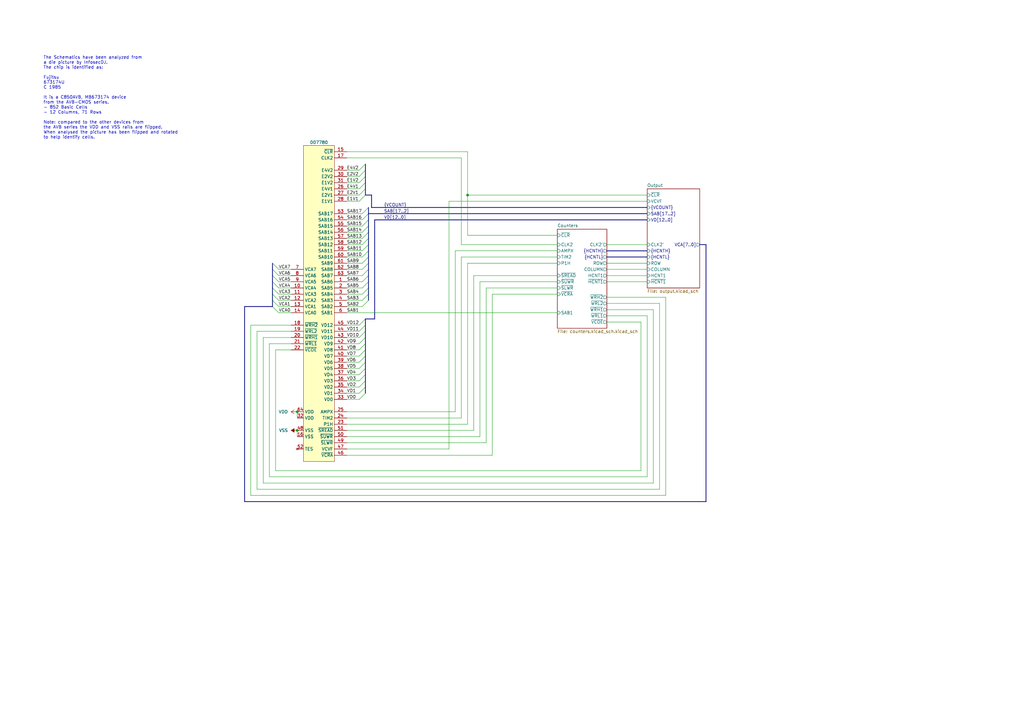
<source format=kicad_sch>
(kicad_sch (version 20231120) (generator "eeschema") (generator_version "8.0")
  (paper "A3")
  (title_block (title "Konami 007780") (date "2024-07-28") (company "Ulf Skutnabba, twitter: @skutis77"))
  (lib_symbols
    (symbol "ga_konami:007780_internal"
      (property "Reference" "U" (at 0 68.58 0))
      (property "Value" "007780" (at 0 66.04 0))
      (symbol "007780_internal_0_0"
        (pin output line (at 11.43 8.89 180) (length 5.08) (name "SAB6") (number "1"))
        (pin input line (at -11.43 6.35 0) (length 5.08) (name "VCA4") (number "10"))
        (pin input line (at -11.43 3.81 0) (length 5.08) (name "VCA3") (number "11"))
        (pin input line (at -11.43 1.27 0) (length 5.08) (name "VCA2") (number "12"))
        (pin input line (at -11.43 -1.27 0) (length 5.08) (name "VCA1") (number "13"))
        (pin input line (at -11.43 -3.81 0) (length 5.08) (name "VCA0") (number "14"))
        (pin output line (at 11.43 62.23 180) (length 5.08) (name "~{CLR}") (number "15"))
        (pin output line (at 11.43 59.69 180) (length 5.08) (name "CLK2") (number "17"))
        (pin input line (at -11.43 -8.89 0) (length 5.08) (name "~{WRH2}") (number "18"))
        (pin input line (at -11.43 -11.43 0) (length 5.08) (name "~{WRL2}") (number "19"))
        (pin output line (at 11.43 6.35 180) (length 5.08) (name "SAB5") (number "2"))
        (pin input line (at -11.43 -13.97 0) (length 5.08) (name "~{WRH1}") (number "20"))
        (pin input line (at -11.43 -16.51 0) (length 5.08) (name "~{WRL1}") (number "21"))
        (pin input line (at -11.43 -19.05 0) (length 5.08) (name "~{VCOE}") (number "22"))
        (pin output line (at 11.43 -49.53 180) (length 5.08) (name "P1H") (number "23"))
        (pin output line (at 11.43 -46.99 180) (length 5.08) (name "TIM2") (number "24"))
        (pin output line (at 11.43 -44.45 180) (length 5.08) (name "AMPX") (number "25"))
        (pin output line (at 11.43 46.99 180) (length 5.08) (name "E4V1") (number "26"))
        (pin output line (at 11.43 44.45 180) (length 5.08) (name "E2V1") (number "27"))
        (pin output line (at 11.43 41.91 180) (length 5.08) (name "E1V1") (number "28"))
        (pin output line (at 11.43 54.61 180) (length 5.08) (name "E4V2") (number "29"))
        (pin output line (at 11.43 3.81 180) (length 5.08) (name "SAB4") (number "3"))
        (pin output line (at 11.43 52.07 180) (length 5.08) (name "E2V2") (number "30"))
        (pin output line (at 11.43 -39.37 180) (length 5.08) (name "VD0") (number "33"))
        (pin output line (at 11.43 -36.83 180) (length 5.08) (name "VD1") (number "34"))
        (pin output line (at 11.43 -34.29 180) (length 5.08) (name "VD2") (number "35"))
        (pin output line (at 11.43 -31.75 180) (length 5.08) (name "VD3") (number "36"))
        (pin output line (at 11.43 -29.21 180) (length 5.08) (name "VD4") (number "37"))
        (pin output line (at 11.43 -26.67 180) (length 5.08) (name "VD5") (number "38"))
        (pin output line (at 11.43 -24.13 180) (length 5.08) (name "VD6") (number "39"))
        (pin output line (at 11.43 1.27 180) (length 5.08) (name "SAB3") (number "4"))
        (pin output line (at 11.43 -21.59 180) (length 5.08) (name "VD7") (number "40"))
        (pin output line (at 11.43 -19.05 180) (length 5.08) (name "VD8") (number "41"))
        (pin output line (at 11.43 -16.51 180) (length 5.08) (name "VD9") (number "42"))
        (pin output line (at 11.43 -13.97 180) (length 5.08) (name "VD10") (number "43"))
        (pin output line (at 11.43 -11.43 180) (length 5.08) (name "VD11") (number "44"))
        (pin output line (at 11.43 -8.89 180) (length 5.08) (name "VD12") (number "45"))
        (pin output line (at 11.43 -62.23 180) (length 5.08) (name "~{VCRA}") (number "46"))
        (pin output line (at 11.43 -59.69 180) (length 5.08) (name "VCVF") (number "47"))
        (pin output line (at 11.43 -57.15 180) (length 5.08) (name "~{SLWR}") (number "49"))
        (pin output line (at 11.43 -1.27 180) (length 5.08) (name "SAB2") (number "5"))
        (pin output line (at 11.43 -54.61 180) (length 5.08) (name "~{SUWR}") (number "50"))
        (pin output line (at 11.43 -52.07 180) (length 5.08) (name "~{SREAD}") (number "51"))
        (pin output line (at 11.43 36.83 180) (length 5.08) (name "SAB17") (number "53"))
        (pin output line (at 11.43 34.29 180) (length 5.08) (name "SAB16") (number "54"))
        (pin output line (at 11.43 31.75 180) (length 5.08) (name "SAB15") (number "55"))
        (pin output line (at 11.43 29.21 180) (length 5.08) (name "SAB14") (number "56"))
        (pin output line (at 11.43 26.67 180) (length 5.08) (name "SAB13") (number "57"))
        (pin output line (at 11.43 24.13 180) (length 5.08) (name "SAB12") (number "58"))
        (pin output line (at 11.43 21.59 180) (length 5.08) (name "SAB11") (number "59"))
        (pin output line (at 11.43 -3.81 180) (length 5.08) (name "SAB1") (number "6"))
        (pin output line (at 11.43 19.05 180) (length 5.08) (name "SAB10") (number "60"))
        (pin output line (at 11.43 16.51 180) (length 5.08) (name "SAB9") (number "61"))
        (pin output line (at 11.43 13.97 180) (length 5.08) (name "SAB8") (number "62"))
        (pin output line (at 11.43 11.43 180) (length 5.08) (name "SAB7") (number "63"))
        (pin input line (at -11.43 13.97 0) (length 5.08) (name "VCA7") (number "7"))
        (pin input line (at -11.43 11.43 0) (length 5.08) (name "VCA6") (number "8"))
        (pin input line (at -11.43 8.89 0) (length 5.08) (name "VCA5") (number "9"))
      )
      (symbol "007780_internal_0_1"
        (rectangle (start -6.35 64.77) (end 6.35 -64.77) (fill (type background)))
      )
      (symbol "007780_internal_1_0"
        (pin power_out line (at -8.89 -54.61 0) (length 2.54) (name "VSS") (number "16"))
        (pin output line (at 11.43 49.53 180) (length 5.08) (name "E1V2") (number "31"))
        (pin power_out line (at -8.89 -46.99 0) (length 2.54) (name "VDD") (number "32"))
        (pin power_out line (at -8.89 -52.07 0) (length 2.54) (name "VSS") (number "48"))
        (pin no_connect line (at -8.89 -59.69 0) (length 2.54) (name "TES") (number "52"))
        (pin power_out line (at -8.89 -44.45 0) (length 2.54) (name "VDD") (number "64"))
      )
    )
    (symbol "power:VDD" (power) (pin_numbers hide) (pin_names (offset 0) hide)
      (property "Value" "VDD" (at 0 3.556 0))
      (symbol "VDD_0_1"
        (polyline (pts (xy -0.762 1.27) (xy 0 2.54)))
        (polyline (pts (xy 0 0) (xy 0 2.54)))
        (polyline (pts (xy 0 2.54) (xy 0.762 1.27)))
      )
      (symbol "VDD_1_1"
        (pin power_in line (at 0 0 90) (length 0) (name "~") (number "1"))
      )
    )
    (symbol "power:VSS" (power) (pin_numbers hide) (pin_names (offset 0) hide)
      (property "Value" "VSS" (at 0 3.556 0))
      (symbol "VSS_0_1"
        (polyline (pts (xy 0 0) (xy 0 2.54)))
        (polyline (pts (xy 0.762 1.27) (xy -0.762 1.27) (xy 0 2.54) (xy 0.762 1.27)) (fill (type outline)))
      )
      (symbol "VSS_1_1"
        (pin power_in line (at 0 0 90) (length 0) (name "~") (number "1"))
      )
    )
  )
  (bus_alias "VCOUNT" (members "E4V2" "E2V2" "E1V2" "E4V1" "E2V1" "E1V1"))
  (junction (at 121.92 176.53))
  (junction (at 121.92 168.91))
  (junction (at 191.77 80.01))
  (bus_entry (at 111.76 120.65) (size 2.54 2.54))
  (bus_entry (at 147.32 77.47) (size 2.54 -2.54))
  (bus_entry (at 147.32 161.29) (size 2.54 -2.54))
  (bus_entry (at 148.59 125.73) (size 2.54 -2.54))
  (bus_entry (at 111.76 113.03) (size 2.54 2.54))
  (bus_entry (at 147.32 135.89) (size 2.54 -2.54))
  (bus_entry (at 147.32 151.13) (size 2.54 -2.54))
  (bus_entry (at 111.76 107.95) (size 2.54 2.54))
  (bus_entry (at 147.32 138.43) (size 2.54 -2.54))
  (bus_entry (at 147.32 80.01) (size 2.54 -2.54))
  (bus_entry (at 148.59 97.79) (size 2.54 -2.54))
  (bus_entry (at 147.32 146.05) (size 2.54 -2.54))
  (bus_entry (at 147.32 72.39) (size 2.54 -2.54))
  (bus_entry (at 111.76 125.73) (size 2.54 2.54))
  (bus_entry (at 147.32 133.35) (size 2.54 -2.54))
  (bus_entry (at 148.59 90.17) (size 2.54 -2.54))
  (bus_entry (at 148.59 100.33) (size 2.54 -2.54))
  (bus_entry (at 147.32 143.51) (size 2.54 -2.54))
  (bus_entry (at 148.59 115.57) (size 2.54 -2.54))
  (bus_entry (at 148.59 113.03) (size 2.54 -2.54))
  (bus_entry (at 147.32 163.83) (size 2.54 -2.54))
  (bus_entry (at 148.59 120.65) (size 2.54 -2.54))
  (bus_entry (at 148.59 95.25) (size 2.54 -2.54))
  (bus_entry (at 147.32 153.67) (size 2.54 -2.54))
  (bus_entry (at 111.76 115.57) (size 2.54 2.54))
  (bus_entry (at 148.59 107.95) (size 2.54 -2.54))
  (bus_entry (at 147.32 158.75) (size 2.54 -2.54))
  (bus_entry (at 111.76 110.49) (size 2.54 2.54))
  (bus_entry (at 148.59 123.19) (size 2.54 -2.54))
  (bus_entry (at 147.32 156.21) (size 2.54 -2.54))
  (bus_entry (at 148.59 118.11) (size 2.54 -2.54))
  (bus_entry (at 148.59 87.63) (size 2.54 -2.54))
  (bus_entry (at 147.32 74.93) (size 2.54 -2.54))
  (bus_entry (at 148.59 102.87) (size 2.54 -2.54))
  (bus_entry (at 148.59 110.49) (size 2.54 -2.54))
  (bus_entry (at 111.76 123.19) (size 2.54 2.54))
  (bus_entry (at 111.76 118.11) (size 2.54 2.54))
  (bus_entry (at 148.59 92.71) (size 2.54 -2.54))
  (bus_entry (at 147.32 148.59) (size 2.54 -2.54))
  (bus_entry (at 147.32 82.55) (size 2.54 -2.54))
  (bus_entry (at 148.59 105.41) (size 2.54 -2.54))
  (bus_entry (at 147.32 69.85) (size 2.54 -2.54))
  (bus_entry (at 147.32 140.97) (size 2.54 -2.54))
  (wire (pts (xy 142.24 173.99) (xy 191.77 173.99)))
  (wire (pts (xy 142.24 90.17) (xy 148.59 90.17)))
  (wire (pts (xy 142.24 179.07) (xy 196.85 179.07)))
  (bus (pts (xy 152.4 85.09) (xy 152.4 80.01)))
  (bus (pts (xy 152.4 85.09) (xy 265.43 85.09)))
  (bus (pts (xy 151.13 92.71) (xy 151.13 95.25)))
  (wire (pts (xy 142.24 100.33) (xy 148.59 100.33)))
  (bus (pts (xy 151.13 113.03) (xy 151.13 115.57)))
  (wire (pts (xy 142.24 168.91) (xy 186.69 168.91)))
  (wire (pts (xy 114.3 110.49) (xy 119.38 110.49)))
  (wire (pts (xy 142.24 72.39) (xy 147.32 72.39)))
  (bus (pts (xy 111.76 110.49) (xy 111.76 113.03)))
  (wire (pts (xy 142.24 80.01) (xy 147.32 80.01)))
  (wire (pts (xy 191.77 96.52) (xy 228.6 96.52)))
  (bus (pts (xy 149.86 133.35) (xy 149.86 135.89)))
  (bus (pts (xy 111.76 125.73) (xy 100.33 125.73)))
  (wire (pts (xy 186.69 102.87) (xy 228.6 102.87)))
  (wire (pts (xy 142.24 146.05) (xy 147.32 146.05)))
  (wire (pts (xy 105.41 135.89) (xy 119.38 135.89)))
  (wire (pts (xy 142.24 186.69) (xy 201.93 186.69)))
  (bus (pts (xy 151.13 105.41) (xy 151.13 107.95)))
  (wire (pts (xy 191.77 107.95) (xy 228.6 107.95)))
  (wire (pts (xy 191.77 80.01) (xy 265.43 80.01)))
  (wire (pts (xy 142.24 181.61) (xy 199.39 181.61)))
  (bus (pts (xy 151.13 102.87) (xy 151.13 105.41)))
  (wire (pts (xy 191.77 173.99) (xy 191.77 107.95)))
  (bus (pts (xy 287.02 100.33) (xy 289.56 100.33)))
  (wire (pts (xy 265.43 129.54) (xy 265.43 195.58)))
  (bus (pts (xy 289.56 100.33) (xy 289.56 205.74)))
  (wire (pts (xy 142.24 143.51) (xy 147.32 143.51)))
  (wire (pts (xy 248.92 113.03) (xy 265.43 113.03)))
  (wire (pts (xy 102.87 203.2) (xy 102.87 133.35)))
  (wire (pts (xy 142.24 82.55) (xy 147.32 82.55)))
  (bus (pts (xy 111.76 120.65) (xy 111.76 123.19)))
  (wire (pts (xy 142.24 105.41) (xy 148.59 105.41)))
  (wire (pts (xy 114.3 113.03) (xy 119.38 113.03)))
  (wire (pts (xy 142.24 118.11) (xy 148.59 118.11)))
  (bus (pts (xy 149.86 138.43) (xy 149.86 140.97)))
  (wire (pts (xy 199.39 118.11) (xy 228.6 118.11)))
  (wire (pts (xy 114.3 128.27) (xy 119.38 128.27)))
  (wire (pts (xy 142.24 113.03) (xy 148.59 113.03)))
  (wire (pts (xy 121.92 176.53) (xy 121.92 179.07)))
  (wire (pts (xy 265.43 82.55) (xy 184.15 82.55)))
  (bus (pts (xy 151.13 110.49) (xy 151.13 113.03)))
  (wire (pts (xy 142.24 153.67) (xy 147.32 153.67)))
  (bus (pts (xy 151.13 115.57) (xy 151.13 118.11)))
  (wire (pts (xy 114.3 115.57) (xy 119.38 115.57)))
  (wire (pts (xy 114.3 118.11) (xy 119.38 118.11)))
  (wire (pts (xy 142.24 97.79) (xy 148.59 97.79)))
  (wire (pts (xy 142.24 161.29) (xy 147.32 161.29)))
  (bus (pts (xy 289.56 205.74) (xy 100.33 205.74)))
  (bus (pts (xy 111.76 107.95) (xy 111.76 110.49)))
  (wire (pts (xy 201.93 186.69) (xy 201.93 120.65)))
  (bus (pts (xy 149.86 143.51) (xy 149.86 146.05)))
  (bus (pts (xy 149.86 135.89) (xy 149.86 138.43)))
  (wire (pts (xy 102.87 133.35) (xy 119.38 133.35)))
  (wire (pts (xy 142.24 62.23) (xy 191.77 62.23)))
  (bus (pts (xy 151.13 118.11) (xy 151.13 120.65)))
  (wire (pts (xy 194.31 113.03) (xy 228.6 113.03)))
  (wire (pts (xy 142.24 95.25) (xy 148.59 95.25)))
  (wire (pts (xy 142.24 107.95) (xy 148.59 107.95)))
  (bus (pts (xy 111.76 123.19) (xy 111.76 125.73)))
  (wire (pts (xy 262.89 193.04) (xy 113.03 193.04)))
  (wire (pts (xy 142.24 87.63) (xy 148.59 87.63)))
  (bus (pts (xy 151.13 97.79) (xy 151.13 100.33)))
  (bus (pts (xy 111.76 113.03) (xy 111.76 115.57)))
  (wire (pts (xy 184.15 82.55) (xy 184.15 184.15)))
  (wire (pts (xy 273.05 121.92) (xy 273.05 203.2)))
  (wire (pts (xy 107.95 198.12) (xy 107.95 138.43)))
  (bus (pts (xy 151.13 85.09) (xy 151.13 87.63)))
  (bus (pts (xy 100.33 125.73) (xy 100.33 205.74)))
  (wire (pts (xy 105.41 200.66) (xy 105.41 135.89)))
  (wire (pts (xy 194.31 176.53) (xy 194.31 113.03)))
  (wire (pts (xy 248.92 115.57) (xy 265.43 115.57)))
  (bus (pts (xy 111.76 115.57) (xy 111.76 118.11)))
  (wire (pts (xy 142.24 148.59) (xy 147.32 148.59)))
  (bus (pts (xy 149.86 69.85) (xy 149.86 72.39)))
  (bus (pts (xy 151.13 90.17) (xy 151.13 92.71)))
  (wire (pts (xy 262.89 132.08) (xy 262.89 193.04)))
  (wire (pts (xy 267.97 198.12) (xy 107.95 198.12)))
  (wire (pts (xy 114.3 125.73) (xy 119.38 125.73)))
  (wire (pts (xy 186.69 168.91) (xy 186.69 102.87)))
  (wire (pts (xy 142.24 110.49) (xy 148.59 110.49)))
  (bus (pts (xy 153.67 130.81) (xy 149.86 130.81)))
  (wire (pts (xy 196.85 115.57) (xy 228.6 115.57)))
  (bus (pts (xy 149.86 156.21) (xy 149.86 158.75)))
  (wire (pts (xy 142.24 92.71) (xy 148.59 92.71)))
  (wire (pts (xy 199.39 181.61) (xy 199.39 118.11)))
  (wire (pts (xy 273.05 203.2) (xy 102.87 203.2)))
  (bus (pts (xy 248.92 102.87) (xy 265.43 102.87)))
  (wire (pts (xy 142.24 133.35) (xy 147.32 133.35)))
  (wire (pts (xy 191.77 80.01) (xy 191.77 96.52)))
  (wire (pts (xy 113.03 143.51) (xy 119.38 143.51)))
  (wire (pts (xy 142.24 138.43) (xy 147.32 138.43)))
  (bus (pts (xy 151.13 95.25) (xy 151.13 97.79)))
  (wire (pts (xy 189.23 171.45) (xy 189.23 105.41)))
  (wire (pts (xy 267.97 127) (xy 267.97 198.12)))
  (wire (pts (xy 270.51 124.46) (xy 270.51 200.66)))
  (wire (pts (xy 184.15 184.15) (xy 142.24 184.15)))
  (wire (pts (xy 248.92 121.92) (xy 273.05 121.92)))
  (wire (pts (xy 142.24 171.45) (xy 189.23 171.45)))
  (wire (pts (xy 142.24 115.57) (xy 148.59 115.57)))
  (wire (pts (xy 248.92 107.95) (xy 265.43 107.95)))
  (wire (pts (xy 121.92 168.91) (xy 121.92 171.45)))
  (bus (pts (xy 111.76 118.11) (xy 111.76 120.65)))
  (wire (pts (xy 189.23 64.77) (xy 189.23 100.33)))
  (bus (pts (xy 153.67 90.17) (xy 153.67 130.81)))
  (wire (pts (xy 142.24 120.65) (xy 148.59 120.65)))
  (wire (pts (xy 196.85 179.07) (xy 196.85 115.57)))
  (bus (pts (xy 151.13 120.65) (xy 151.13 123.19)))
  (wire (pts (xy 142.24 135.89) (xy 147.32 135.89)))
  (bus (pts (xy 265.43 90.17) (xy 153.67 90.17)))
  (wire (pts (xy 107.95 138.43) (xy 119.38 138.43)))
  (wire (pts (xy 142.24 151.13) (xy 147.32 151.13)))
  (wire (pts (xy 142.24 64.77) (xy 189.23 64.77)))
  (wire (pts (xy 248.92 127) (xy 267.97 127)))
  (wire (pts (xy 113.03 193.04) (xy 113.03 143.51)))
  (bus (pts (xy 152.4 80.01) (xy 149.86 80.01)))
  (wire (pts (xy 248.92 132.08) (xy 262.89 132.08)))
  (wire (pts (xy 142.24 123.19) (xy 148.59 123.19)))
  (wire (pts (xy 110.49 195.58) (xy 110.49 140.97)))
  (wire (pts (xy 142.24 140.97) (xy 147.32 140.97)))
  (wire (pts (xy 142.24 69.85) (xy 147.32 69.85)))
  (wire (pts (xy 142.24 156.21) (xy 147.32 156.21)))
  (wire (pts (xy 189.23 105.41) (xy 228.6 105.41)))
  (wire (pts (xy 270.51 200.66) (xy 105.41 200.66)))
  (bus (pts (xy 149.86 72.39) (xy 149.86 74.93)))
  (bus (pts (xy 151.13 100.33) (xy 151.13 102.87)))
  (bus (pts (xy 151.13 107.95) (xy 151.13 110.49)))
  (bus (pts (xy 149.86 151.13) (xy 149.86 153.67)))
  (wire (pts (xy 142.24 74.93) (xy 147.32 74.93)))
  (bus (pts (xy 151.13 87.63) (xy 151.13 90.17)))
  (bus (pts (xy 149.86 148.59) (xy 149.86 151.13)))
  (bus (pts (xy 149.86 67.31) (xy 149.86 69.85)))
  (wire (pts (xy 248.92 110.49) (xy 265.43 110.49)))
  (wire (pts (xy 248.92 124.46) (xy 270.51 124.46)))
  (wire (pts (xy 191.77 62.23) (xy 191.77 80.01)))
  (wire (pts (xy 201.93 120.65) (xy 228.6 120.65)))
  (bus (pts (xy 149.86 153.67) (xy 149.86 156.21)))
  (wire (pts (xy 142.24 102.87) (xy 148.59 102.87)))
  (bus (pts (xy 149.86 130.81) (xy 149.86 133.35)))
  (wire (pts (xy 110.49 140.97) (xy 119.38 140.97)))
  (wire (pts (xy 142.24 77.47) (xy 147.32 77.47)))
  (bus (pts (xy 149.86 140.97) (xy 149.86 143.51)))
  (wire (pts (xy 248.92 100.33) (xy 265.43 100.33)))
  (bus (pts (xy 149.86 158.75) (xy 149.86 161.29)))
  (wire (pts (xy 189.23 100.33) (xy 228.6 100.33)))
  (bus (pts (xy 248.92 105.41) (xy 265.43 105.41)))
  (wire (pts (xy 142.24 163.83) (xy 147.32 163.83)))
  (wire (pts (xy 248.92 129.54) (xy 265.43 129.54)))
  (wire (pts (xy 142.24 128.27) (xy 228.6 128.27)))
  (wire (pts (xy 142.24 158.75) (xy 147.32 158.75)))
  (bus (pts (xy 149.86 146.05) (xy 149.86 148.59)))
  (wire (pts (xy 142.24 176.53) (xy 194.31 176.53)))
  (wire (pts (xy 114.3 123.19) (xy 119.38 123.19)))
  (bus (pts (xy 149.86 77.47) (xy 149.86 80.01)))
  (wire (pts (xy 114.3 120.65) (xy 119.38 120.65)))
  (bus (pts (xy 149.86 74.93) (xy 149.86 77.47)))
  (bus (pts (xy 151.13 87.63) (xy 265.43 87.63)))
  (wire (pts (xy 142.24 125.73) (xy 148.59 125.73)))
  (wire (pts (xy 265.43 195.58) (xy 110.49 195.58)))
  (text "The Schematics have been analyzed from\na die picture by InfosecDJ.\nThe chip is identified as:\n\nFujitsu\n673174U\nC 1985\n\nIt is a C850AVB, MB673174 device\nfrom the AVB-CMOS series.\n- 852 Basic Cells\n- 12 Columns, 71 Rows\n\nNote: compared to the other devices from\nthe AVB series the VDD and VSS rails are flipped.\nWhen analysed the picture has been flipped and rotated\nto help identify cells." (at 17.78 57.15 0) (effects (font (size 1.27 1.27)) (justify left bottom)))
  (label "VD10" (at 142.24 138.43 0))
  (label "SAB1" (at 142.24 128.27 0))
  (label "SAB15" (at 142.24 92.71 0))
  (label "SAB17" (at 142.24 87.63 0))
  (label "E2V1" (at 142.24 80.01 0))
  (label "VCA5" (at 114.3 115.57 0))
  (label "SAB4" (at 142.24 120.65 0))
  (label "VCA7" (at 114.3 110.49 0))
  (label "SAB8" (at 142.24 110.49 0))
  (label "E1V2" (at 142.24 74.93 0))
  (label "E4V2" (at 142.24 69.85 0))
  (label "VCA2" (at 114.3 123.19 0))
  (label "VD4" (at 142.24 153.67 0))
  (label "VD0" (at 142.24 163.83 0))
  (label "VD12" (at 142.24 133.35 0))
  (label "SAB10" (at 142.24 105.41 0))
  (label "VD1" (at 142.24 161.29 0))
  (label "SAB6" (at 142.24 115.57 0))
  (label "VD11" (at 142.24 135.89 0))
  (label "SAB[17..2]" (at 157.48 87.63 0))
  (label "VD[12..0]" (at 157.48 90.17 0))
  (label "VD3" (at 142.24 156.21 0))
  (label "SAB16" (at 142.24 90.17 0))
  (label "VCA1" (at 114.3 125.73 0))
  (label "SAB9" (at 142.24 107.95 0))
  (label "SAB2" (at 142.24 125.73 0))
  (label "E2V2" (at 142.24 72.39 0))
  (label "SAB11" (at 142.24 102.87 0))
  (label "SAB7" (at 142.24 113.03 0))
  (label "SAB12" (at 142.24 100.33 0))
  (label "SAB3" (at 142.24 123.19 0))
  (label "VD5" (at 142.24 151.13 0))
  (label "VD6" (at 142.24 148.59 0))
  (label "VD8" (at 142.24 143.51 0))
  (label "SAB13" (at 142.24 97.79 0))
  (label "SAB14" (at 142.24 95.25 0))
  (label "VD2" (at 142.24 158.75 0))
  (label "VCA6" (at 114.3 113.03 0))
  (label "VCA4" (at 114.3 118.11 0))
  (label "E4V1" (at 142.24 77.47 0))
  (label "VCA3" (at 114.3 120.65 0))
  (label "VD7" (at 142.24 146.05 0))
  (label "{VCOUNT}" (at 157.48 85.09 0))
  (label "E1V1" (at 142.24 82.55 0))
  (label "VD9" (at 142.24 140.97 0))
  (label "SAB5" (at 142.24 118.11 0))
  (label "VCA0" (at 114.3 128.27 0))
  (symbol (lib_id "power:VDD") (at 121.92 168.91 90) (unit 1)
    (property "Reference" "#PWR02" (effects (hide yes)))
    (property "Value" "VDD" (at 118.11 168.9099 90) (effects (justify left)))
    (property "Description" "Power symbol creates a global label with name \"VDD\"" (effects (hide yes)))
  )
  (symbol (lib_id "ga_konami:007780_internal") (at 130.81 124.46 0) (unit 1)
    (property "Reference" "U1" (effects (hide yes)))
    (property "Value" "007780" (at 130.81 58.42 0))
    (property "Description" "Konami Custom Tilemap DRAM Controller" (effects (hide yes)))
  )
  (symbol (lib_id "power:VSS") (at 121.92 176.53 90) (unit 1)
    (property "Reference" "#PWR03" (effects (hide yes)))
    (property "Value" "VSS" (at 118.11 176.5299 90) (effects (justify left)))
    (property "Description" "Power symbol creates a global label with name \"VSS\"" (effects (hide yes)))
  )
  (sheet (at 265.43 77.47) (size 21.59 40.64) (stroke (width 0.1524))
    (property "Sheetname" "Output" (at 265.43 76.7584 0) (effects (justify left bottom)))
    (property "Sheetfile" "output.kicad_sch" (at 265.43 118.6946 0) (effects (justify left top)))
    (pin "~{CLR}" input (at 265.43 80.01 180))
    (pin "VD[12..0]" input (at 265.43 90.17 180))
    (pin "CLK2'" input (at 265.43 100.33 180))
    (pin "SAB[17..2]" input (at 265.43 87.63 180))
    (pin "ROW" input (at 265.43 107.95 180))
    (pin "COLUMN" input (at 265.43 110.49 180))
    (pin "VCVF" input (at 265.43 82.55 180))
    (pin "{VCOUNT}" input (at 265.43 85.09 180))
    (pin "{HCNTL}" input (at 265.43 105.41 180))
    (pin "{HCNTH}" input (at 265.43 102.87 180))
    (pin "~{HCNT1}" input (at 265.43 115.57 180))
    (pin "HCNT1" input (at 265.43 113.03 180))
    (pin "VCA[7..0]" output (at 287.02 100.33 0))
  )
  (sheet (at 228.6 93.98) (size 20.32 40.64) (stroke (width 0.1524))
    (property "Sheetname" "Counters" (at 228.6 93.2684 0) (effects (justify left bottom)))
    (property "Sheetfile" "counters.kicad_sch.kicad_sch" (at 228.6 135.2046 0) (effects (justify left top)))
    (pin "~{CLR}" input (at 228.6 96.52 180))
    (pin "CLK2" input (at 228.6 100.33 180))
    (pin "P1H" input (at 228.6 107.95 180))
    (pin "{HCNTH}" output (at 248.92 102.87 0))
    (pin "~{VCRA}" input (at 228.6 120.65 180))
    (pin "~{SUWR}" input (at 228.6 115.57 180))
    (pin "~{SLWR}" input (at 228.6 118.11 180))
    (pin "TIM2" input (at 228.6 105.41 180))
    (pin "SAB1" input (at 228.6 128.27 180))
    (pin "AMPX" input (at 228.6 102.87 180))
    (pin "ROW" output (at 248.92 107.95 0))
    (pin "COLUMN" output (at 248.92 110.49 0))
    (pin "~{WRL1}" output (at 248.92 129.54 0))
    (pin "~{VCOE}" output (at 248.92 132.08 0))
    (pin "~{SREAD}" input (at 228.6 113.03 180))
    (pin "~{WRH1}" output (at 248.92 127 0))
    (pin "~{WRL2}" output (at 248.92 124.46 0))
    (pin "~{WRH2}" output (at 248.92 121.92 0))
    (pin "CLK2'" output (at 248.92 100.33 0))
    (pin "~{HCNT1}" output (at 248.92 115.57 0))
    (pin "HCNT1" output (at 248.92 113.03 0))
    (pin "{HCNTL}" output (at 248.92 105.41 0))
  )
)
</source>
